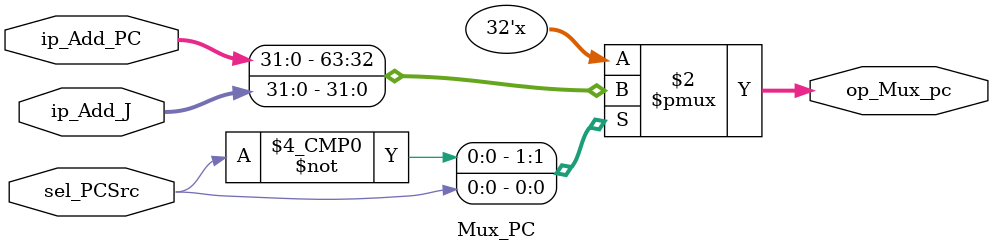
<source format=v>
`timescale 1ns / 1ps


module Mux_PC(ip_Add_PC,ip_Add_J,sel_PCSrc,op_Mux_pc);
    //<-----------------------PORT DECLARATION--------------------------->
    input [31:0] ip_Add_PC;
    input [31:0] ip_Add_J;
    input sel_PCSrc;
    output reg [31:0] op_Mux_pc;
    //<----------------------------------------------------------------->
    always @ (*)
    begin
        case(sel_PCSrc)
            1'b0 : begin
                op_Mux_pc <= ip_Add_PC;
            end
            1'b1 : begin
                op_Mux_pc <= ip_Add_J;
            end
            default : op_Mux_pc <= 32'b0;
        endcase
    end
endmodule

</source>
